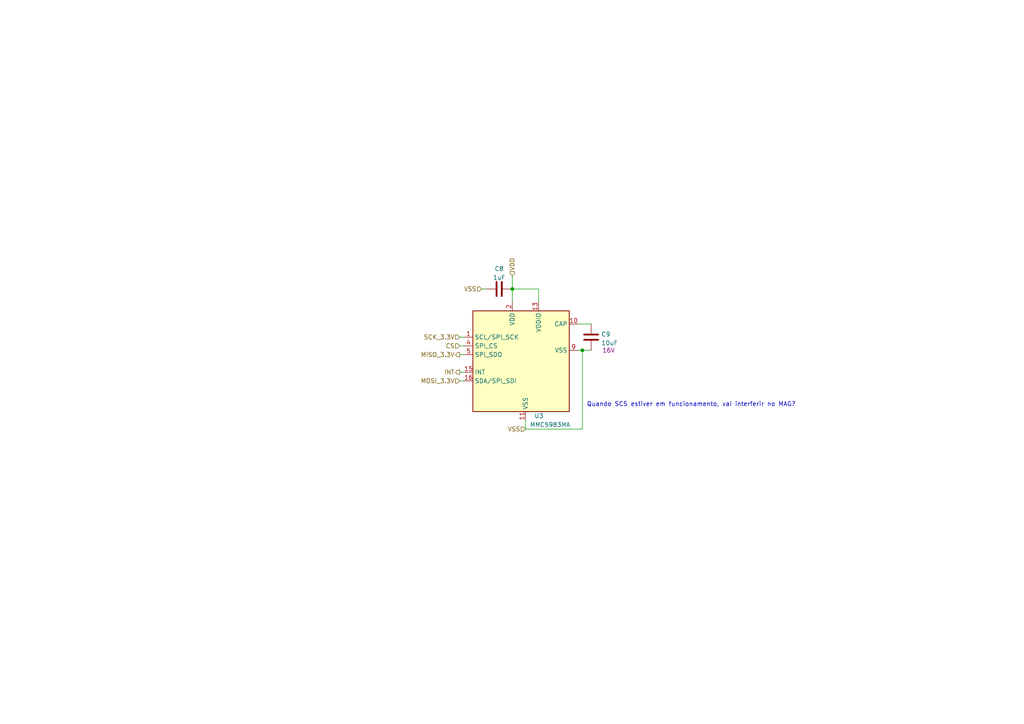
<source format=kicad_sch>
(kicad_sch (version 20211123) (generator eeschema)

  (uuid b929c577-6917-45c7-8894-a3dc7beb6855)

  (paper "A4")

  (title_block
    (title "MAG")
    (rev "Cainã C.")
    (company "Atomsat")
  )

  (lib_symbols
    (symbol "1K_Custom_Symbol:MMC5983MA" (in_bom yes) (on_board yes)
      (property "Reference" "U" (id 0) (at 5.08 13.97 0)
        (effects (font (size 1.27 1.27)) (justify left top))
      )
      (property "Value" "MMC5983MA" (id 1) (at 5.08 16.51 0)
        (effects (font (size 1.27 1.27)) (justify left top))
      )
      (property "Footprint" "Package_LGA:LGA-16_3x3mm_P0.5mm" (id 2) (at -7.62 -31.75 0)
        (effects (font (size 1.27 1.27)) hide)
      )
      (property "Datasheet" "" (id 3) (at -2.54 0 0)
        (effects (font (size 1.27 1.27)) hide)
      )
      (property "Mfr. #" "MMC5983MA" (id 4) (at -6.35 -34.29 0)
        (effects (font (size 1.27 1.27)) hide)
      )
      (property "Order" "https://www.digikey.com/product-detail/en/memsic-inc/MMC5983MA/1267-MMC5983MACT-ND/10452801" (id 5) (at -3.81 -36.83 0)
        (effects (font (size 1.27 1.27)) hide)
      )
      (property "ki_fp_filters" "*LGA*3x3mm*P0.5mm*" (id 6) (at 0 0 0)
        (effects (font (size 1.27 1.27)) hide)
      )
      (symbol "MMC5983MA_0_1"
        (rectangle (start -20.32 -19.05) (end 7.62 10.16)
          (stroke (width 0.254) (type default) (color 0 0 0 0))
          (fill (type background))
        )
      )
      (symbol "MMC5983MA_1_1"
        (pin input line (at -22.86 2.54 0) (length 2.54)
          (name "SCL/SPI_SCK" (effects (font (size 1.27 1.27))))
          (number "1" (effects (font (size 1.27 1.27))))
        )
        (pin passive line (at 10.16 6.35 180) (length 2.54)
          (name "CAP" (effects (font (size 1.27 1.27))))
          (number "10" (effects (font (size 1.27 1.27))))
        )
        (pin power_in line (at -5.08 -21.59 90) (length 2.54)
          (name "VSS" (effects (font (size 1.27 1.27))))
          (number "11" (effects (font (size 1.27 1.27))))
        )
        (pin no_connect line (at 10.16 -10.16 180) (length 2.54) hide
          (name "NC" (effects (font (size 1.27 1.27))))
          (number "12" (effects (font (size 1.27 1.27))))
        )
        (pin power_in line (at -1.27 12.7 270) (length 2.54)
          (name "VDDIO" (effects (font (size 1.27 1.27))))
          (number "13" (effects (font (size 1.27 1.27))))
        )
        (pin no_connect line (at 10.16 -15.24 180) (length 2.54) hide
          (name "NC" (effects (font (size 1.27 1.27))))
          (number "14" (effects (font (size 1.27 1.27))))
        )
        (pin output line (at -22.86 -7.62 0) (length 2.54)
          (name "INT" (effects (font (size 1.27 1.27))))
          (number "15" (effects (font (size 1.27 1.27))))
        )
        (pin bidirectional line (at -22.86 -10.16 0) (length 2.54)
          (name "SDA/SPI_SDI" (effects (font (size 1.27 1.27))))
          (number "16" (effects (font (size 1.27 1.27))))
        )
        (pin power_in line (at -8.89 12.7 270) (length 2.54)
          (name "VDD" (effects (font (size 1.27 1.27))))
          (number "2" (effects (font (size 1.27 1.27))))
        )
        (pin no_connect line (at 10.16 -7.62 180) (length 2.54) hide
          (name "NC" (effects (font (size 1.27 1.27))))
          (number "3" (effects (font (size 1.27 1.27))))
        )
        (pin input line (at -22.86 0 0) (length 2.54)
          (name "SPI_CS" (effects (font (size 1.27 1.27))))
          (number "4" (effects (font (size 1.27 1.27))))
        )
        (pin output line (at -22.86 -2.54 0) (length 2.54)
          (name "SPI_SDO" (effects (font (size 1.27 1.27))))
          (number "5" (effects (font (size 1.27 1.27))))
        )
        (pin no_connect line (at 10.16 -5.08 180) (length 2.54) hide
          (name "NC" (effects (font (size 1.27 1.27))))
          (number "6" (effects (font (size 1.27 1.27))))
        )
        (pin no_connect line (at 10.16 -17.78 180) (length 2.54) hide
          (name "NC" (effects (font (size 1.27 1.27))))
          (number "7" (effects (font (size 1.27 1.27))))
        )
        (pin no_connect line (at 10.16 -12.7 180) (length 2.54) hide
          (name "NC" (effects (font (size 1.27 1.27))))
          (number "8" (effects (font (size 1.27 1.27))))
        )
        (pin power_in line (at 10.16 -1.27 180) (length 2.54)
          (name "VSS" (effects (font (size 1.27 1.27))))
          (number "9" (effects (font (size 1.27 1.27))))
        )
      )
    )
    (symbol "Device:C" (pin_numbers hide) (pin_names (offset 0.254)) (in_bom yes) (on_board yes)
      (property "Reference" "C" (id 0) (at 0.635 2.54 0)
        (effects (font (size 1.27 1.27)) (justify left))
      )
      (property "Value" "C" (id 1) (at 0.635 -2.54 0)
        (effects (font (size 1.27 1.27)) (justify left))
      )
      (property "Footprint" "" (id 2) (at 0.9652 -3.81 0)
        (effects (font (size 1.27 1.27)) hide)
      )
      (property "Datasheet" "~" (id 3) (at 0 0 0)
        (effects (font (size 1.27 1.27)) hide)
      )
      (property "ki_keywords" "cap capacitor" (id 4) (at 0 0 0)
        (effects (font (size 1.27 1.27)) hide)
      )
      (property "ki_description" "Unpolarized capacitor" (id 5) (at 0 0 0)
        (effects (font (size 1.27 1.27)) hide)
      )
      (property "ki_fp_filters" "C_*" (id 6) (at 0 0 0)
        (effects (font (size 1.27 1.27)) hide)
      )
      (symbol "C_0_1"
        (polyline
          (pts
            (xy -2.032 -0.762)
            (xy 2.032 -0.762)
          )
          (stroke (width 0.508) (type default) (color 0 0 0 0))
          (fill (type none))
        )
        (polyline
          (pts
            (xy -2.032 0.762)
            (xy 2.032 0.762)
          )
          (stroke (width 0.508) (type default) (color 0 0 0 0))
          (fill (type none))
        )
      )
      (symbol "C_1_1"
        (pin passive line (at 0 3.81 270) (length 2.794)
          (name "~" (effects (font (size 1.27 1.27))))
          (number "1" (effects (font (size 1.27 1.27))))
        )
        (pin passive line (at 0 -3.81 90) (length 2.794)
          (name "~" (effects (font (size 1.27 1.27))))
          (number "2" (effects (font (size 1.27 1.27))))
        )
      )
    )
  )

  (junction (at 148.59 83.82) (diameter 0) (color 0 0 0 0)
    (uuid 9e9c5733-2903-4010-9e4f-85fa5a4904bd)
  )
  (junction (at 168.91 101.6) (diameter 0) (color 0 0 0 0)
    (uuid c813caf9-63e1-4c76-8f92-21339bc76fe7)
  )

  (wire (pts (xy 139.7 83.82) (xy 140.97 83.82))
    (stroke (width 0) (type default) (color 0 0 0 0))
    (uuid 0bb8a81c-6a85-4e26-81b6-54347a705492)
  )
  (wire (pts (xy 148.59 83.82) (xy 148.59 87.63))
    (stroke (width 0) (type default) (color 0 0 0 0))
    (uuid 105427a4-eae7-4fba-a35b-26e3a66b7792)
  )
  (wire (pts (xy 133.35 100.33) (xy 134.62 100.33))
    (stroke (width 0) (type default) (color 0 0 0 0))
    (uuid 1094aad3-eee2-40bb-bc45-c7b24352a678)
  )
  (wire (pts (xy 168.91 101.6) (xy 171.45 101.6))
    (stroke (width 0) (type default) (color 0 0 0 0))
    (uuid 16f376f7-c433-46db-81ca-575d208bd309)
  )
  (wire (pts (xy 167.64 101.6) (xy 168.91 101.6))
    (stroke (width 0) (type default) (color 0 0 0 0))
    (uuid 20a8c488-d68d-4fce-8cad-5f7313ab236a)
  )
  (wire (pts (xy 133.35 107.95) (xy 134.62 107.95))
    (stroke (width 0) (type default) (color 0 0 0 0))
    (uuid 281476b9-e669-43d3-b8aa-6f46ad1c71e0)
  )
  (wire (pts (xy 148.59 80.01) (xy 148.59 83.82))
    (stroke (width 0) (type default) (color 0 0 0 0))
    (uuid 33e56a96-8d19-4c87-8a39-0957183c6391)
  )
  (wire (pts (xy 152.4 121.92) (xy 152.4 124.46))
    (stroke (width 0) (type default) (color 0 0 0 0))
    (uuid 42cba3ce-e908-488d-8b0c-42e51dbe44b0)
  )
  (wire (pts (xy 133.35 110.49) (xy 134.62 110.49))
    (stroke (width 0) (type default) (color 0 0 0 0))
    (uuid 564c6ab0-a5a9-40ef-b173-550885525af8)
  )
  (wire (pts (xy 133.35 102.87) (xy 134.62 102.87))
    (stroke (width 0) (type default) (color 0 0 0 0))
    (uuid 670a1326-32bc-4119-aec2-9f3996a21292)
  )
  (wire (pts (xy 133.35 97.79) (xy 134.62 97.79))
    (stroke (width 0) (type default) (color 0 0 0 0))
    (uuid 69ed7133-e0d1-421a-8f3b-6a539fde57ed)
  )
  (wire (pts (xy 167.64 93.98) (xy 171.45 93.98))
    (stroke (width 0) (type default) (color 0 0 0 0))
    (uuid 7b2fcff2-690a-4f8b-b812-ee63dcc05bc7)
  )
  (wire (pts (xy 156.21 83.82) (xy 156.21 87.63))
    (stroke (width 0) (type default) (color 0 0 0 0))
    (uuid bc9108bf-dd3e-4549-8702-6e8f7aad3893)
  )
  (wire (pts (xy 152.4 124.46) (xy 168.91 124.46))
    (stroke (width 0) (type default) (color 0 0 0 0))
    (uuid d71cbe36-4b69-4047-b87e-a2a54b90989a)
  )
  (wire (pts (xy 168.91 101.6) (xy 168.91 124.46))
    (stroke (width 0) (type default) (color 0 0 0 0))
    (uuid dc9c7c03-9b2d-44e5-a448-4c84a6f8bb3a)
  )
  (wire (pts (xy 156.21 83.82) (xy 148.59 83.82))
    (stroke (width 0) (type default) (color 0 0 0 0))
    (uuid fcaec89f-3ce5-480d-8ecd-52a21f039320)
  )

  (text "Quando SCS estiver em funcionamento, vai interferir no MAG?"
    (at 170.18 118.11 0)
    (effects (font (size 1.27 1.27)) (justify left bottom))
    (uuid d060b4d8-b1c4-48bd-a679-d7b18fb7bc18)
  )

  (hierarchical_label "MISO_3.3V" (shape output) (at 133.35 102.87 180)
    (effects (font (size 1.27 1.27)) (justify right))
    (uuid 181e2062-a460-4a5d-99ea-4a53e99154d4)
  )
  (hierarchical_label "VDD" (shape input) (at 148.59 80.01 90)
    (effects (font (size 1.27 1.27)) (justify left))
    (uuid 9874b95e-4b22-406c-b577-a3fd7060621e)
  )
  (hierarchical_label "MOSI_3.3V" (shape input) (at 133.35 110.49 180)
    (effects (font (size 1.27 1.27)) (justify right))
    (uuid 99c53718-6fb3-4625-a174-fc7d72f79b55)
  )
  (hierarchical_label "VSS" (shape input) (at 152.4 124.46 180)
    (effects (font (size 1.27 1.27)) (justify right))
    (uuid a24e9d26-4680-47cb-ad93-0a0e81d1a10a)
  )
  (hierarchical_label "SCK_3.3V" (shape input) (at 133.35 97.79 180)
    (effects (font (size 1.27 1.27)) (justify right))
    (uuid cedffae1-7f93-4852-b982-4b79e78b9c0d)
  )
  (hierarchical_label "INT" (shape output) (at 133.35 107.95 180)
    (effects (font (size 1.27 1.27)) (justify right))
    (uuid da19404b-2037-48d8-85de-1a0b65c9e5d9)
  )
  (hierarchical_label "CS" (shape input) (at 133.35 100.33 180)
    (effects (font (size 1.27 1.27)) (justify right))
    (uuid de1fe363-7581-47d3-a296-d9f0d0727eca)
  )
  (hierarchical_label "VSS" (shape input) (at 139.7 83.82 180)
    (effects (font (size 1.27 1.27)) (justify right))
    (uuid f6b11cfd-ba66-487c-b05a-7c4a2f9aefb5)
  )

  (symbol (lib_id "Device:C") (at 144.78 83.82 270) (unit 1)
    (in_bom yes) (on_board yes) (fields_autoplaced)
    (uuid b904dbe2-e9b0-44ed-9dfb-3843a8b21f26)
    (property "Reference" "C8" (id 0) (at 144.78 77.9612 90))
    (property "Value" "1uF" (id 1) (at 144.78 80.4981 90))
    (property "Footprint" "Capacitor_SMD:C_0603_1608Metric" (id 2) (at 140.97 84.7852 0)
      (effects (font (size 1.27 1.27)) hide)
    )
    (property "Datasheet" "~" (id 3) (at 144.78 83.82 0)
      (effects (font (size 1.27 1.27)) hide)
    )
    (pin "1" (uuid 51927068-8c9b-4591-ab03-30b7900f4eea))
    (pin "2" (uuid df859b60-63fe-4905-8827-4407b9e62549))
  )

  (symbol (lib_id "1K_Custom_Symbol:MMC5983MA") (at 157.48 100.33 0) (unit 1)
    (in_bom yes) (on_board yes)
    (uuid e8fbcbea-c7c7-4931-8253-8df8a538eb96)
    (property "Reference" "U3" (id 0) (at 154.94 120.65 0)
      (effects (font (size 1.27 1.27)) (justify left))
    )
    (property "Value" "MMC5983MA" (id 1) (at 153.67 123.19 0)
      (effects (font (size 1.27 1.27)) (justify left))
    )
    (property "Footprint" "Package_LGA:LGA-16_3x3mm_P0.5mm" (id 2) (at 149.86 132.08 0)
      (effects (font (size 1.27 1.27)) hide)
    )
    (property "Datasheet" "" (id 3) (at 154.94 100.33 0)
      (effects (font (size 1.27 1.27)) hide)
    )
    (property "Mfr. #" "MMC5983MA" (id 4) (at 151.13 134.62 0)
      (effects (font (size 1.27 1.27)) hide)
    )
    (property "Order" "https://www.digikey.com/product-detail/en/memsic-inc/MMC5983MA/1267-MMC5983MACT-ND/10452801" (id 5) (at 153.67 137.16 0)
      (effects (font (size 1.27 1.27)) hide)
    )
    (pin "1" (uuid bad87601-9c6b-479a-958a-b0c7fdd2c0ec))
    (pin "10" (uuid d576b639-6677-4dd8-841f-39c364576fd6))
    (pin "11" (uuid be14c007-cdd3-4b45-b563-69677ec89f37))
    (pin "12" (uuid 4af6a79a-0422-4a0b-b323-864ef34f86d2))
    (pin "13" (uuid 78e7f1cd-ad99-4e8d-8f5c-afaeb299614f))
    (pin "14" (uuid c01361b5-85bd-44eb-97de-18a414453203))
    (pin "15" (uuid 105b3aab-b5a3-425d-bf75-af0935ea1ac9))
    (pin "16" (uuid 1b36bd32-8822-4b2b-8477-250cac2e4ade))
    (pin "2" (uuid 18970524-da1f-4dd1-99f8-a7c33d6b1285))
    (pin "3" (uuid 5c3edef9-341d-48bf-ace6-ef5f30e76bde))
    (pin "4" (uuid 1a22ddb3-6c51-40f5-ba78-3a64608ae34a))
    (pin "5" (uuid 3d681f47-5b3a-42ee-b635-79fdc3d490e1))
    (pin "6" (uuid 1b9cfbc6-ec3d-41fa-8ace-ba3f61149f80))
    (pin "7" (uuid 90aac8b7-7a54-4d1a-933e-05ac43e16058))
    (pin "8" (uuid f655c368-adae-4bcb-bbcf-d5bc58d7fd03))
    (pin "9" (uuid f9cf3ce8-4aab-42d4-baa9-9ce118358109))
  )

  (symbol (lib_id "Device:C") (at 171.45 97.79 0) (unit 1)
    (in_bom yes) (on_board yes)
    (uuid f271dd71-0c88-45ba-b282-10d298d19c65)
    (property "Reference" "C9" (id 0) (at 174.371 96.9553 0)
      (effects (font (size 1.27 1.27)) (justify left))
    )
    (property "Value" "10uF" (id 1) (at 174.371 99.4922 0)
      (effects (font (size 1.27 1.27)) (justify left))
    )
    (property "Footprint" "Capacitor_SMD:C_0805_2012Metric" (id 2) (at 172.4152 101.6 0)
      (effects (font (size 1.27 1.27)) hide)
    )
    (property "Datasheet" "~" (id 3) (at 171.45 97.79 0)
      (effects (font (size 1.27 1.27)) hide)
    )
    (property "Field4" "16V" (id 4) (at 176.53 101.6 0))
    (pin "1" (uuid 8de3f182-8ccf-443f-a40e-32937ea20087))
    (pin "2" (uuid d5189212-76cc-45ee-9efa-f25dd6bec092))
  )
)

</source>
